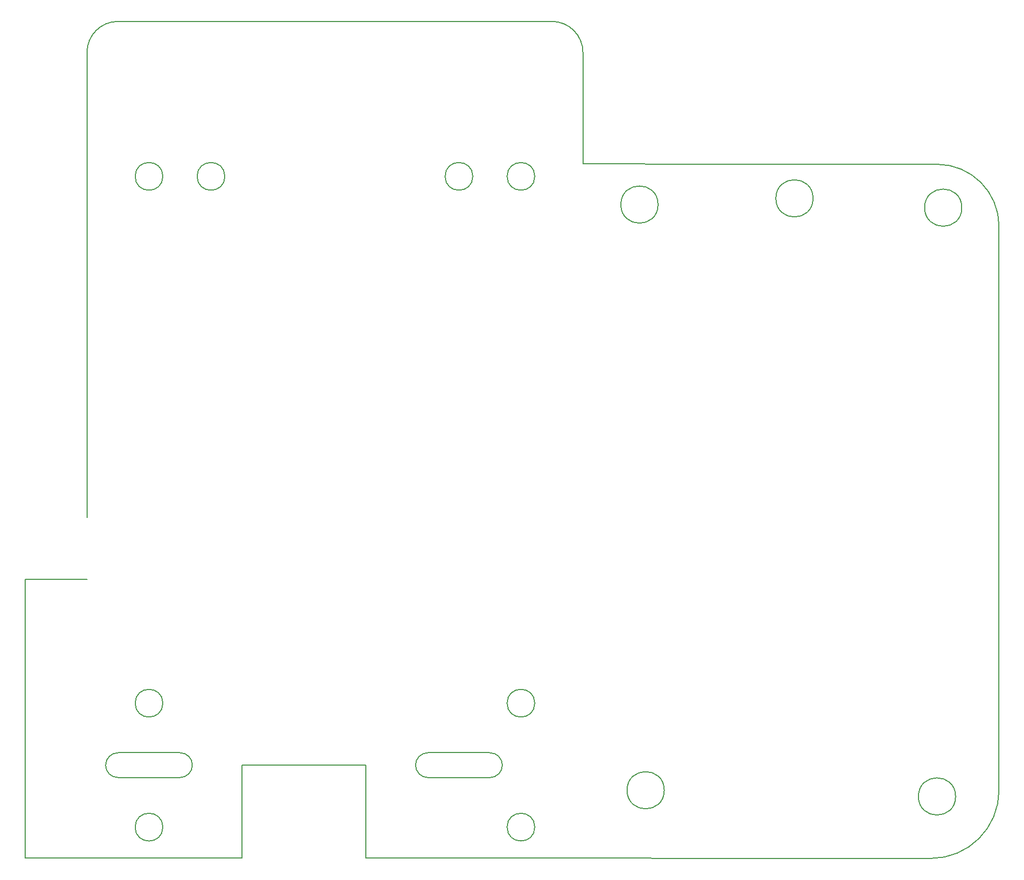
<source format=gbr>
G04 #@! TF.FileFunction,Profile,NP*
%FSLAX46Y46*%
G04 Gerber Fmt 4.6, Leading zero omitted, Abs format (unit mm)*
G04 Created by KiCad (PCBNEW 4.0.2+dfsg1-stable) date 2017年10月10日 18時50分28秒*
%MOMM*%
G01*
G04 APERTURE LIST*
%ADD10C,0.100000*%
%ADD11C,0.200000*%
G04 APERTURE END LIST*
D10*
D11*
X181085600Y-166244800D02*
X192085600Y-166244800D01*
X181085600Y-54244800D02*
X181085600Y-36244800D01*
X191085600Y-54244800D02*
X181085600Y-54244800D01*
X237205600Y-166294800D02*
G75*
G03X248205600Y-155294800I0J11000000D01*
G01*
X192205600Y-54294800D02*
X237205600Y-54294800D01*
X237205600Y-166294800D02*
X192205600Y-166294800D01*
X248205600Y-65294800D02*
X248205600Y-155294800D01*
X242205600Y-61294800D02*
G75*
G03X242205600Y-61294800I-3000000J0D01*
G01*
X193205600Y-60794800D02*
G75*
G03X193205600Y-60794800I-3000000J0D01*
G01*
X194205600Y-155294800D02*
G75*
G03X194205600Y-155294800I-3000000J0D01*
G01*
X241205600Y-156294800D02*
G75*
G03X241205600Y-156294800I-3000000J0D01*
G01*
X191205600Y-54294800D02*
X192205600Y-54294800D01*
X218205600Y-59794800D02*
G75*
G03X218205600Y-59794800I-3000000J0D01*
G01*
X237205600Y-54294800D02*
X238205600Y-54294800D01*
X248205600Y-64294800D02*
G75*
G03X238205600Y-54294800I-10000000J0D01*
G01*
X248205600Y-64294800D02*
X248205600Y-65294800D01*
X106085600Y-31244800D02*
X176085600Y-31244800D01*
X106085600Y-31244800D02*
G75*
G03X101085600Y-36244800I0J-5000000D01*
G01*
X181085600Y-36244800D02*
G75*
G03X176085600Y-31244800I-5000000J0D01*
G01*
X101085600Y-111244800D02*
X101085600Y-36244800D01*
X91085600Y-121244800D02*
X101085600Y-121244800D01*
X91085600Y-166244800D02*
X91085600Y-121244800D01*
X126085600Y-166244800D02*
X91085600Y-166244800D01*
X126085600Y-151244800D02*
X126085600Y-166244800D01*
X146085600Y-151244800D02*
X126085600Y-151244800D01*
X146085600Y-166244800D02*
X146085600Y-151244800D01*
X181085600Y-166244800D02*
X146085600Y-166244800D01*
X173321668Y-141244800D02*
G75*
G03X173321668Y-141244800I-2236068J0D01*
G01*
X113321668Y-141244800D02*
G75*
G03X113321668Y-141244800I-2236068J0D01*
G01*
X123321668Y-56244800D02*
G75*
G03X123321668Y-56244800I-2236068J0D01*
G01*
X163321668Y-56244800D02*
G75*
G03X163321668Y-56244800I-2236068J0D01*
G01*
X113321668Y-56244800D02*
G75*
G03X113321668Y-56244800I-2236068J0D01*
G01*
X113321668Y-161244800D02*
G75*
G03X113321668Y-161244800I-2236068J0D01*
G01*
X156085600Y-149244800D02*
X157085600Y-149244800D01*
X156085600Y-153244800D02*
X166085600Y-153244800D01*
X157085600Y-149244800D02*
X166085600Y-149244800D01*
X106085600Y-153244800D02*
X116085600Y-153244800D01*
X106085600Y-149244800D02*
X116085600Y-149244800D01*
X154085600Y-151244800D02*
G75*
G03X156085600Y-153244800I2000000J0D01*
G01*
X156085600Y-149244800D02*
G75*
G03X154085600Y-151244800I0J-2000000D01*
G01*
X168085600Y-151244800D02*
G75*
G03X166085600Y-149244800I-2000000J0D01*
G01*
X166085600Y-153244800D02*
G75*
G03X168085600Y-151244800I0J2000000D01*
G01*
X118085600Y-151244800D02*
G75*
G03X116085600Y-149244800I-2000000J0D01*
G01*
X116085600Y-153244800D02*
G75*
G03X118085600Y-151244800I0J2000000D01*
G01*
X106085600Y-149244800D02*
G75*
G03X104085600Y-151244800I0J-2000000D01*
G01*
X104085600Y-151244800D02*
G75*
G03X106085600Y-153244800I2000000J0D01*
G01*
X173321668Y-56244800D02*
G75*
G03X173321668Y-56244800I-2236068J0D01*
G01*
X173321668Y-161244800D02*
G75*
G03X173321668Y-161244800I-2236068J0D01*
G01*
M02*

</source>
